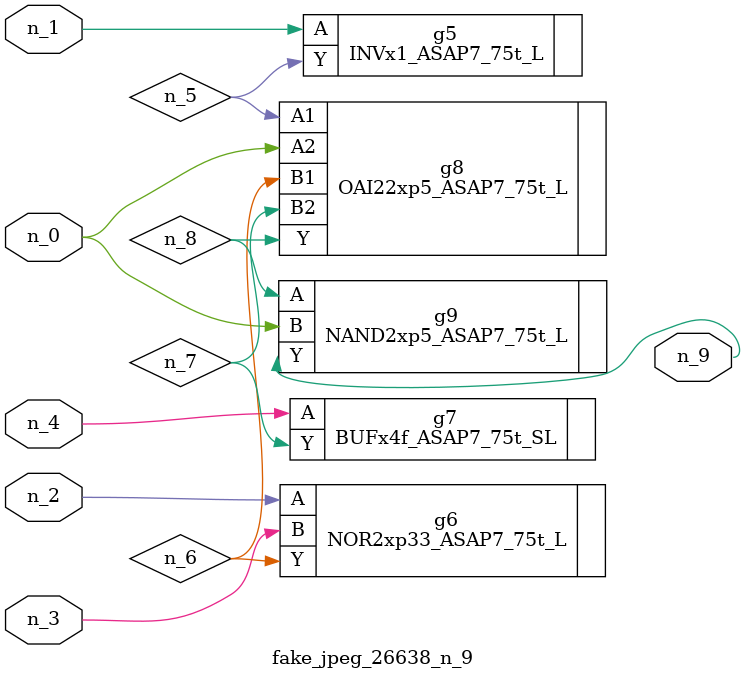
<source format=v>
module fake_jpeg_26638_n_9 (n_3, n_2, n_1, n_0, n_4, n_9);

input n_3;
input n_2;
input n_1;
input n_0;
input n_4;

output n_9;

wire n_8;
wire n_6;
wire n_5;
wire n_7;

INVx1_ASAP7_75t_L g5 ( 
.A(n_1),
.Y(n_5)
);

NOR2xp33_ASAP7_75t_L g6 ( 
.A(n_2),
.B(n_3),
.Y(n_6)
);

BUFx4f_ASAP7_75t_SL g7 ( 
.A(n_4),
.Y(n_7)
);

OAI22xp5_ASAP7_75t_L g8 ( 
.A1(n_5),
.A2(n_0),
.B1(n_6),
.B2(n_7),
.Y(n_8)
);

NAND2xp5_ASAP7_75t_L g9 ( 
.A(n_8),
.B(n_0),
.Y(n_9)
);


endmodule
</source>
